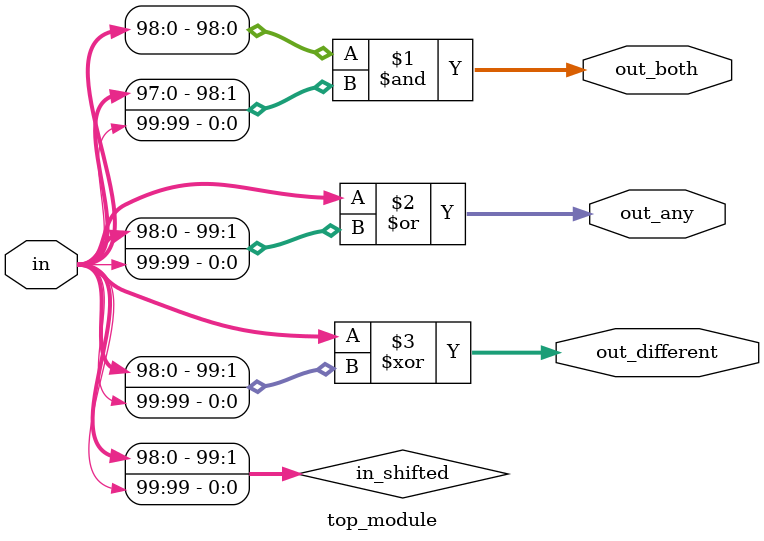
<source format=sv>
module top_module (
    input [99:0] in,
    output [98:0] out_both,
    output [99:0] out_any,
    output [99:0] out_different
);

    wire [99:0] in_shifted;
    
    assign in_shifted = {in[98:0], in[99]};
    
    assign out_both = in[98:0] & in_shifted[98:0];
    assign out_any = in | in_shifted;
    assign out_different = in ^ in_shifted;

endmodule

</source>
